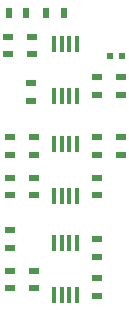
<source format=gtp>
G04 Layer_Color=8421504*
%FSLAX44Y44*%
%MOMM*%
G71*
G01*
G75*
%ADD10R,0.6000X0.9000*%
%ADD11R,0.9000X0.6000*%
%ADD12R,0.4500X1.4500*%
%ADD13R,0.5000X0.6000*%
D10*
X298330Y501650D02*
D03*
X283330D02*
D03*
X330080D02*
D03*
X315080D02*
D03*
D11*
X283210Y481210D02*
D03*
Y466210D02*
D03*
X303530Y481210D02*
D03*
Y466210D02*
D03*
X358140Y361830D02*
D03*
Y346830D02*
D03*
Y446920D02*
D03*
Y431920D02*
D03*
X304800Y396120D02*
D03*
Y381120D02*
D03*
Y346830D02*
D03*
Y361830D02*
D03*
X284480Y361830D02*
D03*
Y346830D02*
D03*
X302260Y441840D02*
D03*
Y426840D02*
D03*
X284480Y381120D02*
D03*
Y396120D02*
D03*
X378460Y381120D02*
D03*
Y396120D02*
D03*
X358140Y381120D02*
D03*
Y396120D02*
D03*
X284480Y302380D02*
D03*
Y317380D02*
D03*
X378460Y446920D02*
D03*
Y431920D02*
D03*
X358140Y276740D02*
D03*
Y261740D02*
D03*
X304800Y283090D02*
D03*
Y268090D02*
D03*
X358140Y309760D02*
D03*
Y294760D02*
D03*
X284480Y283090D02*
D03*
Y268090D02*
D03*
D12*
X321720Y346300D02*
D03*
X328220D02*
D03*
X334720D02*
D03*
X341220D02*
D03*
X321720Y390300D02*
D03*
X328220D02*
D03*
X334720D02*
D03*
X341220D02*
D03*
X321720Y431390D02*
D03*
X328220D02*
D03*
X334720D02*
D03*
X341220D02*
D03*
X321720Y475390D02*
D03*
X328220D02*
D03*
X334720D02*
D03*
X341220D02*
D03*
X321720Y262480D02*
D03*
X328220D02*
D03*
X334720D02*
D03*
X341220D02*
D03*
X321720Y306480D02*
D03*
X328220D02*
D03*
X334720D02*
D03*
X341220D02*
D03*
D13*
X379650Y464820D02*
D03*
X369650D02*
D03*
M02*

</source>
